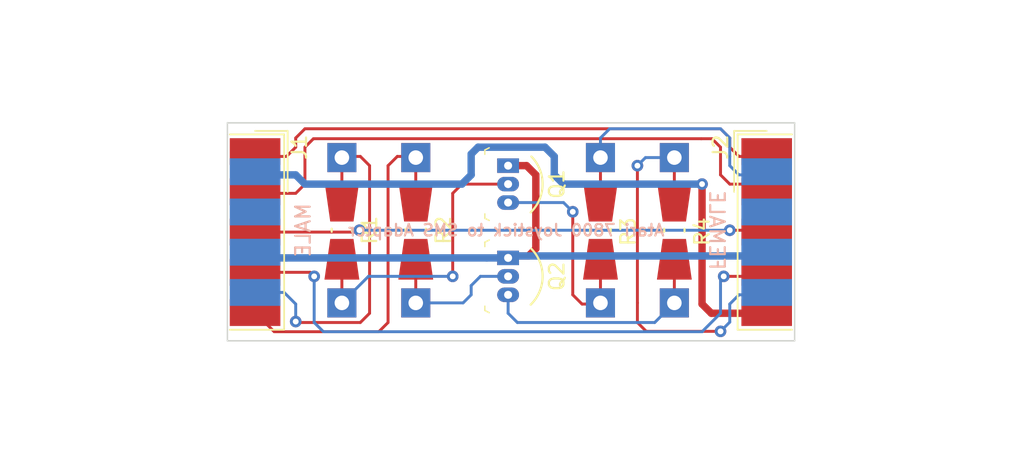
<source format=kicad_pcb>
(kicad_pcb (version 20171130) (host pcbnew "(5.1.9)-1")

  (general
    (thickness 1.6)
    (drawings 7)
    (tracks 130)
    (zones 0)
    (modules 8)
    (nets 17)
  )

  (page A4)
  (title_block
    (title "Atari 7800 to SMS Controller Adapter")
    (date 2021-04-20)
    (rev 1.0)
    (comment 3 "Allows Atari 7800 Proline joysticks to function as Sega Master System controllers")
    (comment 4 "Licensed under CC0 1.0 Universal")
  )

  (layers
    (0 F.Cu signal)
    (31 B.Cu signal)
    (32 B.Adhes user)
    (33 F.Adhes user)
    (34 B.Paste user)
    (35 F.Paste user)
    (36 B.SilkS user)
    (37 F.SilkS user)
    (38 B.Mask user)
    (39 F.Mask user)
    (40 Dwgs.User user)
    (41 Cmts.User user)
    (42 Eco1.User user)
    (43 Eco2.User user)
    (44 Edge.Cuts user)
    (45 Margin user)
    (46 B.CrtYd user)
    (47 F.CrtYd user)
    (48 B.Fab user)
    (49 F.Fab user)
  )

  (setup
    (last_trace_width 0.25)
    (user_trace_width 0.2)
    (user_trace_width 0.508)
    (trace_clearance 0.2)
    (zone_clearance 0.508)
    (zone_45_only no)
    (trace_min 0.2)
    (via_size 0.8)
    (via_drill 0.4)
    (via_min_size 0.4)
    (via_min_drill 0.3)
    (uvia_size 0.3)
    (uvia_drill 0.1)
    (uvias_allowed no)
    (uvia_min_size 0.2)
    (uvia_min_drill 0.1)
    (edge_width 0.05)
    (segment_width 0.2)
    (pcb_text_width 0.3)
    (pcb_text_size 1.5 1.5)
    (mod_edge_width 0.12)
    (mod_text_size 1 1)
    (mod_text_width 0.15)
    (pad_size 1.524 1.524)
    (pad_drill 0.762)
    (pad_to_mask_clearance 0)
    (aux_axis_origin 0 0)
    (visible_elements 7FFFFFFF)
    (pcbplotparams
      (layerselection 0x010fc_ffffffff)
      (usegerberextensions false)
      (usegerberattributes true)
      (usegerberadvancedattributes true)
      (creategerberjobfile true)
      (excludeedgelayer true)
      (linewidth 0.100000)
      (plotframeref false)
      (viasonmask false)
      (mode 1)
      (useauxorigin false)
      (hpglpennumber 1)
      (hpglpenspeed 20)
      (hpglpendiameter 15.000000)
      (psnegative false)
      (psa4output false)
      (plotreference true)
      (plotvalue true)
      (plotinvisibletext false)
      (padsonsilk false)
      (subtractmaskfromsilk false)
      (outputformat 1)
      (mirror false)
      (drillshape 1)
      (scaleselection 1)
      (outputdirectory ""))
  )

  (net 0 "")
  (net 1 /L_FIRE)
  (net 2 GND)
  (net 3 "Net-(J1-Pad7)")
  (net 4 /Vcc)
  (net 5 /R_FIRE)
  (net 6 /RIGHT)
  (net 7 /LEFT)
  (net 8 /DOWN)
  (net 9 /UP)
  (net 10 /FIRE2)
  (net 11 "Net-(J2-Pad7)")
  (net 12 /FIRE1)
  (net 13 "Net-(Q1-Pad2)")
  (net 14 "Net-(Q2-Pad2)")
  (net 15 "Net-(Q1-Pad3)")
  (net 16 "Net-(Q2-Pad3)")

  (net_class Default "This is the default net class."
    (clearance 0.2)
    (trace_width 0.25)
    (via_dia 0.8)
    (via_drill 0.4)
    (uvia_dia 0.3)
    (uvia_drill 0.1)
  )

  (net_class Power ""
    (clearance 0.2)
    (trace_width 0.508)
    (via_dia 0.8)
    (via_drill 0.4)
    (uvia_dia 0.3)
    (uvia_drill 0.1)
    (add_net /Vcc)
    (add_net GND)
  )

  (net_class Signal ""
    (clearance 0.2)
    (trace_width 0.2)
    (via_dia 0.8)
    (via_drill 0.4)
    (uvia_dia 0.3)
    (uvia_drill 0.1)
    (add_net /DOWN)
    (add_net /FIRE1)
    (add_net /FIRE2)
    (add_net /LEFT)
    (add_net /L_FIRE)
    (add_net /RIGHT)
    (add_net /R_FIRE)
    (add_net /UP)
    (add_net "Net-(J1-Pad7)")
    (add_net "Net-(J2-Pad7)")
    (add_net "Net-(Q1-Pad2)")
    (add_net "Net-(Q1-Pad3)")
    (add_net "Net-(Q2-Pad2)")
    (add_net "Net-(Q2-Pad3)")
  )

  (module digikey-footprints:TO-92-3 (layer F.Cu) (tedit 5AF9CDD1) (tstamp 606BAEFB)
    (at 114.3 74.295 270)
    (descr http://www.ti.com/lit/ds/symlink/tl431a.pdf)
    (path /606C3D5B)
    (fp_text reference Q2 (at 1.27 -3.35 90) (layer F.SilkS)
      (effects (font (size 1 1) (thickness 0.15)))
    )
    (fp_text value 2N4401 (at 1.27 2.5 90) (layer F.Fab)
      (effects (font (size 1 1) (thickness 0.15)))
    )
    (fp_line (start -1.08 1.6) (end -1.23 1.3) (layer F.SilkS) (width 0.1))
    (fp_line (start -0.78 1.6) (end -1.08 1.6) (layer F.SilkS) (width 0.1))
    (fp_line (start 3.62 1.6) (end 3.32 1.6) (layer F.SilkS) (width 0.1))
    (fp_line (start 3.62 1.6) (end 3.77 1.3) (layer F.SilkS) (width 0.1))
    (fp_line (start 4.17 1.75) (end 4.17 -2.5) (layer F.CrtYd) (width 0.05))
    (fp_line (start -1.63 1.75) (end -1.63 -2.5) (layer F.CrtYd) (width 0.05))
    (fp_line (start -1.63 1.75) (end 4.17 1.75) (layer F.CrtYd) (width 0.05))
    (fp_line (start -1.63 -2.5) (end 4.17 -2.5) (layer F.CrtYd) (width 0.05))
    (fp_line (start 3.57 1.5) (end -1.03 1.5) (layer F.Fab) (width 0.15))
    (fp_text user %R (at 1.27 -1.25 270) (layer F.Fab)
      (effects (font (size 0.75 0.75) (thickness 0.15)))
    )
    (fp_arc (start 1.27 0.3) (end -1.33 0.3) (angle 90) (layer F.Fab) (width 0.15))
    (fp_arc (start 1.27 0.3) (end -1.03 1.5) (angle 235) (layer F.Fab) (width 0.15))
    (fp_arc (start 1.27 0.35) (end -0.63 -1.6) (angle 90) (layer F.SilkS) (width 0.15))
    (pad 1 thru_hole rect (at 0 0 90) (size 1 1.5) (drill 0.55) (layers *.Cu *.Mask)
      (net 2 GND))
    (pad 3 thru_hole oval (at 2.54 0 90) (size 1 1.5) (drill 0.55) (layers *.Cu *.Mask)
      (net 16 "Net-(Q2-Pad3)"))
    (pad 2 thru_hole oval (at 1.27 0 90) (size 1 1.5) (drill 0.55) (layers *.Cu *.Mask)
      (net 14 "Net-(Q2-Pad2)"))
  )

  (module digikey-footprints:TO-92-3 (layer F.Cu) (tedit 5AF9CDD1) (tstamp 606BAEE7)
    (at 114.3 67.945 270)
    (descr http://www.ti.com/lit/ds/symlink/tl431a.pdf)
    (path /606C38C9)
    (fp_text reference Q1 (at 1.27 -3.35 90) (layer F.SilkS)
      (effects (font (size 1 1) (thickness 0.15)))
    )
    (fp_text value 2N4401 (at 1.27 2.5 90) (layer F.Fab)
      (effects (font (size 1 1) (thickness 0.15)))
    )
    (fp_line (start -1.08 1.6) (end -1.23 1.3) (layer F.SilkS) (width 0.1))
    (fp_line (start -0.78 1.6) (end -1.08 1.6) (layer F.SilkS) (width 0.1))
    (fp_line (start 3.62 1.6) (end 3.32 1.6) (layer F.SilkS) (width 0.1))
    (fp_line (start 3.62 1.6) (end 3.77 1.3) (layer F.SilkS) (width 0.1))
    (fp_line (start 4.17 1.75) (end 4.17 -2.5) (layer F.CrtYd) (width 0.05))
    (fp_line (start -1.63 1.75) (end -1.63 -2.5) (layer F.CrtYd) (width 0.05))
    (fp_line (start -1.63 1.75) (end 4.17 1.75) (layer F.CrtYd) (width 0.05))
    (fp_line (start -1.63 -2.5) (end 4.17 -2.5) (layer F.CrtYd) (width 0.05))
    (fp_line (start 3.57 1.5) (end -1.03 1.5) (layer F.Fab) (width 0.15))
    (fp_text user %R (at 1.27 -1.25 270) (layer F.Fab)
      (effects (font (size 0.75 0.75) (thickness 0.15)))
    )
    (fp_arc (start 1.27 0.3) (end -1.33 0.3) (angle 90) (layer F.Fab) (width 0.15))
    (fp_arc (start 1.27 0.3) (end -1.03 1.5) (angle 235) (layer F.Fab) (width 0.15))
    (fp_arc (start 1.27 0.35) (end -0.63 -1.6) (angle 90) (layer F.SilkS) (width 0.15))
    (pad 1 thru_hole rect (at 0 0 90) (size 1 1.5) (drill 0.55) (layers *.Cu *.Mask)
      (net 2 GND))
    (pad 3 thru_hole oval (at 2.54 0 90) (size 1 1.5) (drill 0.55) (layers *.Cu *.Mask)
      (net 15 "Net-(Q1-Pad3)"))
    (pad 2 thru_hole oval (at 1.27 0 90) (size 1 1.5) (drill 0.55) (layers *.Cu *.Mask)
      (net 13 "Net-(Q1-Pad2)"))
  )

  (module Resistors_Universal:Resistor_SMD+THTuniversal_0805to1206_RM10_HandSoldering_RevA_Date25Jun2010 (layer F.Cu) (tedit 0) (tstamp 606BA417)
    (at 125.73 72.39 270)
    (descr "Resistor, SMD and THT, universal, 0805 to 1206,RM10,  Hand soldering, Rev A, Date 25 Jun 2010,")
    (tags "Resistor, SMD and THT, universal, 0805 to 1206, RM10, Hand soldering, Rev A, Date 25 Jun 2010,")
    (path /606B8C10)
    (fp_text reference R4 (at 0.09906 -1.905 90) (layer F.SilkS)
      (effects (font (size 1 1) (thickness 0.15)))
    )
    (fp_text value 270 (at -0.39878 4.20116 90) (layer F.Fab)
      (effects (font (size 1 1) (thickness 0.15)))
    )
    (fp_line (start 0 -0.70104) (end 0.09906 -0.70104) (layer F.SilkS) (width 0.15))
    (fp_line (start 0 -0.70104) (end -0.09906 -0.70104) (layer F.SilkS) (width 0.15))
    (fp_line (start 0 0.70104) (end -0.09906 0.70104) (layer F.SilkS) (width 0.15))
    (fp_line (start 0.09906 0.70104) (end 0 0.70104) (layer F.SilkS) (width 0.15))
    (fp_line (start 0 0.70104) (end 0.09906 0.70104) (layer F.SilkS) (width 0.15))
    (pad 1 smd trapezoid (at -1.99898 0 270) (size 2.79908 1.99898) (rect_delta 0.39878 0 ) (layers F.Cu F.Paste F.Mask)
      (net 10 /FIRE2))
    (pad 2 smd trapezoid (at 1.99898 0 90) (size 2.79908 1.99898) (rect_delta 0.39878 0 ) (layers F.Cu F.Paste F.Mask)
      (net 16 "Net-(Q2-Pad3)"))
    (pad 1 thru_hole rect (at -5.00126 0 90) (size 1.99898 1.99898) (drill 1.00076) (layers *.Cu *.Mask)
      (net 10 /FIRE2))
    (pad 2 thru_hole rect (at 5.00126 0 90) (size 1.99898 1.99898) (drill 1.00076) (layers *.Cu *.Mask)
      (net 16 "Net-(Q2-Pad3)"))
  )

  (module Resistors_Universal:Resistor_SMD+THTuniversal_0805to1206_RM10_HandSoldering_RevA_Date25Jun2010 (layer F.Cu) (tedit 0) (tstamp 606BA414)
    (at 120.65 72.39 270)
    (descr "Resistor, SMD and THT, universal, 0805 to 1206,RM10,  Hand soldering, Rev A, Date 25 Jun 2010,")
    (tags "Resistor, SMD and THT, universal, 0805 to 1206, RM10, Hand soldering, Rev A, Date 25 Jun 2010,")
    (path /606B87DB)
    (fp_text reference R3 (at 0.09906 -1.905 90) (layer F.SilkS)
      (effects (font (size 1 1) (thickness 0.15)))
    )
    (fp_text value 270 (at -0.39878 4.20116 90) (layer F.Fab)
      (effects (font (size 1 1) (thickness 0.15)))
    )
    (fp_line (start 0 -0.70104) (end 0.09906 -0.70104) (layer F.SilkS) (width 0.15))
    (fp_line (start 0 -0.70104) (end -0.09906 -0.70104) (layer F.SilkS) (width 0.15))
    (fp_line (start 0 0.70104) (end -0.09906 0.70104) (layer F.SilkS) (width 0.15))
    (fp_line (start 0.09906 0.70104) (end 0 0.70104) (layer F.SilkS) (width 0.15))
    (fp_line (start 0 0.70104) (end 0.09906 0.70104) (layer F.SilkS) (width 0.15))
    (pad 1 smd trapezoid (at -1.99898 0 270) (size 2.79908 1.99898) (rect_delta 0.39878 0 ) (layers F.Cu F.Paste F.Mask)
      (net 12 /FIRE1))
    (pad 2 smd trapezoid (at 1.99898 0 90) (size 2.79908 1.99898) (rect_delta 0.39878 0 ) (layers F.Cu F.Paste F.Mask)
      (net 15 "Net-(Q1-Pad3)"))
    (pad 1 thru_hole rect (at -5.00126 0 90) (size 1.99898 1.99898) (drill 1.00076) (layers *.Cu *.Mask)
      (net 12 /FIRE1))
    (pad 2 thru_hole rect (at 5.00126 0 90) (size 1.99898 1.99898) (drill 1.00076) (layers *.Cu *.Mask)
      (net 15 "Net-(Q1-Pad3)"))
  )

  (module Resistors_Universal:Resistor_SMD+THTuniversal_0805to1206_RM10_HandSoldering_RevA_Date25Jun2010 (layer F.Cu) (tedit 0) (tstamp 606BA411)
    (at 107.95 72.39 90)
    (descr "Resistor, SMD and THT, universal, 0805 to 1206,RM10,  Hand soldering, Rev A, Date 25 Jun 2010,")
    (tags "Resistor, SMD and THT, universal, 0805 to 1206, RM10, Hand soldering, Rev A, Date 25 Jun 2010,")
    (path /606B70FC)
    (fp_text reference R2 (at 0 1.905 90) (layer F.SilkS)
      (effects (font (size 1 1) (thickness 0.15)))
    )
    (fp_text value 1.8K (at -0.39878 4.20116 90) (layer F.Fab)
      (effects (font (size 1 1) (thickness 0.15)))
    )
    (fp_line (start 0 -0.70104) (end 0.09906 -0.70104) (layer F.SilkS) (width 0.15))
    (fp_line (start 0 -0.70104) (end -0.09906 -0.70104) (layer F.SilkS) (width 0.15))
    (fp_line (start 0 0.70104) (end -0.09906 0.70104) (layer F.SilkS) (width 0.15))
    (fp_line (start 0.09906 0.70104) (end 0 0.70104) (layer F.SilkS) (width 0.15))
    (fp_line (start 0 0.70104) (end 0.09906 0.70104) (layer F.SilkS) (width 0.15))
    (pad 1 smd trapezoid (at -1.99898 0 90) (size 2.79908 1.99898) (rect_delta 0.39878 0 ) (layers F.Cu F.Paste F.Mask)
      (net 14 "Net-(Q2-Pad2)"))
    (pad 2 smd trapezoid (at 1.99898 0 270) (size 2.79908 1.99898) (rect_delta 0.39878 0 ) (layers F.Cu F.Paste F.Mask)
      (net 5 /R_FIRE))
    (pad 1 thru_hole rect (at -5.00126 0 270) (size 1.99898 1.99898) (drill 1.00076) (layers *.Cu *.Mask)
      (net 14 "Net-(Q2-Pad2)"))
    (pad 2 thru_hole rect (at 5.00126 0 270) (size 1.99898 1.99898) (drill 1.00076) (layers *.Cu *.Mask)
      (net 5 /R_FIRE))
  )

  (module Resistors_Universal:Resistor_SMD+THTuniversal_0805to1206_RM10_HandSoldering_RevA_Date25Jun2010 (layer F.Cu) (tedit 0) (tstamp 606BA40E)
    (at 102.87 72.39 90)
    (descr "Resistor, SMD and THT, universal, 0805 to 1206,RM10,  Hand soldering, Rev A, Date 25 Jun 2010,")
    (tags "Resistor, SMD and THT, universal, 0805 to 1206, RM10, Hand soldering, Rev A, Date 25 Jun 2010,")
    (path /606B73D5)
    (fp_text reference R1 (at 0 1.905 90) (layer F.SilkS)
      (effects (font (size 1 1) (thickness 0.15)))
    )
    (fp_text value 1.8K (at -0.39878 4.20116 90) (layer F.Fab)
      (effects (font (size 1 1) (thickness 0.15)))
    )
    (fp_line (start 0 -0.70104) (end 0.09906 -0.70104) (layer F.SilkS) (width 0.15))
    (fp_line (start 0 -0.70104) (end -0.09906 -0.70104) (layer F.SilkS) (width 0.15))
    (fp_line (start 0 0.70104) (end -0.09906 0.70104) (layer F.SilkS) (width 0.15))
    (fp_line (start 0.09906 0.70104) (end 0 0.70104) (layer F.SilkS) (width 0.15))
    (fp_line (start 0 0.70104) (end 0.09906 0.70104) (layer F.SilkS) (width 0.15))
    (pad 1 smd trapezoid (at -1.99898 0 90) (size 2.79908 1.99898) (rect_delta 0.39878 0 ) (layers F.Cu F.Paste F.Mask)
      (net 13 "Net-(Q1-Pad2)"))
    (pad 2 smd trapezoid (at 1.99898 0 270) (size 2.79908 1.99898) (rect_delta 0.39878 0 ) (layers F.Cu F.Paste F.Mask)
      (net 1 /L_FIRE))
    (pad 1 thru_hole rect (at -5.00126 0 270) (size 1.99898 1.99898) (drill 1.00076) (layers *.Cu *.Mask)
      (net 13 "Net-(Q1-Pad2)"))
    (pad 2 thru_hole rect (at 5.00126 0 270) (size 1.99898 1.99898) (drill 1.00076) (layers *.Cu *.Mask)
      (net 1 /L_FIRE))
  )

  (module Connector_Dsub:DSUB-9_Female_EdgeMount_P2.77mm (layer F.Cu) (tedit 59FEDEE2) (tstamp 606BA3E3)
    (at 132.08 72.517 90)
    (descr "9-pin D-Sub connector, solder-cups edge-mounted, female, x-pin-pitch 2.77mm, distance of mounting holes 25mm, see https://disti-assets.s3.amazonaws.com/tonar/files/datasheets/16730.pdf")
    (tags "9-pin D-Sub connector edge mount solder cup female x-pin-pitch 2.77mm mounting holes distance 25mm")
    (path /6066016A)
    (attr smd)
    (fp_text reference J2 (at 5.842 -3.175 90) (layer F.SilkS)
      (effects (font (size 1 1) (thickness 0.15)))
    )
    (fp_text value DB9_Female (at 0 16.86 90) (layer F.Fab)
      (effects (font (size 1 1) (thickness 0.15)))
    )
    (fp_line (start 4.94 -0.91) (end 4.94 1.99) (layer F.Fab) (width 0.1))
    (fp_line (start 4.94 1.99) (end 6.14 1.99) (layer F.Fab) (width 0.1))
    (fp_line (start 6.14 1.99) (end 6.14 -0.91) (layer F.Fab) (width 0.1))
    (fp_line (start 6.14 -0.91) (end 4.94 -0.91) (layer F.Fab) (width 0.1))
    (fp_line (start 2.17 -0.91) (end 2.17 1.99) (layer F.Fab) (width 0.1))
    (fp_line (start 2.17 1.99) (end 3.37 1.99) (layer F.Fab) (width 0.1))
    (fp_line (start 3.37 1.99) (end 3.37 -0.91) (layer F.Fab) (width 0.1))
    (fp_line (start 3.37 -0.91) (end 2.17 -0.91) (layer F.Fab) (width 0.1))
    (fp_line (start -0.6 -0.91) (end -0.6 1.99) (layer F.Fab) (width 0.1))
    (fp_line (start -0.6 1.99) (end 0.6 1.99) (layer F.Fab) (width 0.1))
    (fp_line (start 0.6 1.99) (end 0.6 -0.91) (layer F.Fab) (width 0.1))
    (fp_line (start 0.6 -0.91) (end -0.6 -0.91) (layer F.Fab) (width 0.1))
    (fp_line (start -3.37 -0.91) (end -3.37 1.99) (layer F.Fab) (width 0.1))
    (fp_line (start -3.37 1.99) (end -2.17 1.99) (layer F.Fab) (width 0.1))
    (fp_line (start -2.17 1.99) (end -2.17 -0.91) (layer F.Fab) (width 0.1))
    (fp_line (start -2.17 -0.91) (end -3.37 -0.91) (layer F.Fab) (width 0.1))
    (fp_line (start -6.14 -0.91) (end -6.14 1.99) (layer F.Fab) (width 0.1))
    (fp_line (start -6.14 1.99) (end -4.94 1.99) (layer F.Fab) (width 0.1))
    (fp_line (start -4.94 1.99) (end -4.94 -0.91) (layer F.Fab) (width 0.1))
    (fp_line (start -4.94 -0.91) (end -6.14 -0.91) (layer F.Fab) (width 0.1))
    (fp_line (start 3.555 -0.91) (end 3.555 1.99) (layer B.Fab) (width 0.1))
    (fp_line (start 3.555 1.99) (end 4.755 1.99) (layer B.Fab) (width 0.1))
    (fp_line (start 4.755 1.99) (end 4.755 -0.91) (layer B.Fab) (width 0.1))
    (fp_line (start 4.755 -0.91) (end 3.555 -0.91) (layer B.Fab) (width 0.1))
    (fp_line (start 0.785 -0.91) (end 0.785 1.99) (layer B.Fab) (width 0.1))
    (fp_line (start 0.785 1.99) (end 1.985 1.99) (layer B.Fab) (width 0.1))
    (fp_line (start 1.985 1.99) (end 1.985 -0.91) (layer B.Fab) (width 0.1))
    (fp_line (start 1.985 -0.91) (end 0.785 -0.91) (layer B.Fab) (width 0.1))
    (fp_line (start -1.985 -0.91) (end -1.985 1.99) (layer B.Fab) (width 0.1))
    (fp_line (start -1.985 1.99) (end -0.785 1.99) (layer B.Fab) (width 0.1))
    (fp_line (start -0.785 1.99) (end -0.785 -0.91) (layer B.Fab) (width 0.1))
    (fp_line (start -0.785 -0.91) (end -1.985 -0.91) (layer B.Fab) (width 0.1))
    (fp_line (start -4.755 -0.91) (end -4.755 1.99) (layer B.Fab) (width 0.1))
    (fp_line (start -4.755 1.99) (end -3.555 1.99) (layer B.Fab) (width 0.1))
    (fp_line (start -3.555 1.99) (end -3.555 -0.91) (layer B.Fab) (width 0.1))
    (fp_line (start -3.555 -0.91) (end -4.755 -0.91) (layer B.Fab) (width 0.1))
    (fp_line (start -7.55 1.99) (end -7.55 4.79) (layer F.Fab) (width 0.1))
    (fp_line (start -7.55 4.79) (end 7.55 4.79) (layer F.Fab) (width 0.1))
    (fp_line (start 7.55 4.79) (end 7.55 1.99) (layer F.Fab) (width 0.1))
    (fp_line (start 7.55 1.99) (end -7.55 1.99) (layer F.Fab) (width 0.1))
    (fp_line (start -8.55 4.79) (end -8.55 9.29) (layer F.Fab) (width 0.1))
    (fp_line (start -8.55 9.29) (end 8.55 9.29) (layer F.Fab) (width 0.1))
    (fp_line (start 8.55 9.29) (end 8.55 4.79) (layer F.Fab) (width 0.1))
    (fp_line (start 8.55 4.79) (end -8.55 4.79) (layer F.Fab) (width 0.1))
    (fp_line (start -15.425 9.29) (end -15.425 9.69) (layer F.Fab) (width 0.1))
    (fp_line (start -15.425 9.69) (end 15.425 9.69) (layer F.Fab) (width 0.1))
    (fp_line (start 15.425 9.69) (end 15.425 9.29) (layer F.Fab) (width 0.1))
    (fp_line (start 15.425 9.29) (end -15.425 9.29) (layer F.Fab) (width 0.1))
    (fp_line (start -8.15 9.69) (end -8.15 15.86) (layer F.Fab) (width 0.1))
    (fp_line (start -8.15 15.86) (end 8.15 15.86) (layer F.Fab) (width 0.1))
    (fp_line (start 8.15 15.86) (end 8.15 9.69) (layer F.Fab) (width 0.1))
    (fp_line (start 8.15 9.69) (end -8.15 9.69) (layer F.Fab) (width 0.1))
    (fp_line (start -7 -2.25) (end 7 -2.25) (layer F.CrtYd) (width 0.05))
    (fp_line (start 7 -2.25) (end 7 1.5) (layer F.CrtYd) (width 0.05))
    (fp_line (start 7 1.5) (end 8.05 1.5) (layer F.CrtYd) (width 0.05))
    (fp_line (start 8.05 1.5) (end 8.05 4.3) (layer F.CrtYd) (width 0.05))
    (fp_line (start 8.05 4.3) (end 9.05 4.3) (layer F.CrtYd) (width 0.05))
    (fp_line (start 9.05 4.3) (end 9.05 8.8) (layer F.CrtYd) (width 0.05))
    (fp_line (start 9.05 8.8) (end 15.95 8.8) (layer F.CrtYd) (width 0.05))
    (fp_line (start 15.95 8.8) (end 15.95 10.2) (layer F.CrtYd) (width 0.05))
    (fp_line (start 15.95 10.2) (end 8.65 10.2) (layer F.CrtYd) (width 0.05))
    (fp_line (start 8.65 10.2) (end 8.65 16.4) (layer F.CrtYd) (width 0.05))
    (fp_line (start 8.65 16.4) (end -8.65 16.4) (layer F.CrtYd) (width 0.05))
    (fp_line (start -8.65 16.4) (end -8.65 10.2) (layer F.CrtYd) (width 0.05))
    (fp_line (start -8.65 10.2) (end -15.95 10.2) (layer F.CrtYd) (width 0.05))
    (fp_line (start -15.95 10.2) (end -15.95 8.8) (layer F.CrtYd) (width 0.05))
    (fp_line (start -15.95 8.8) (end -9.05 8.8) (layer F.CrtYd) (width 0.05))
    (fp_line (start -9.05 8.8) (end -9.05 4.3) (layer F.CrtYd) (width 0.05))
    (fp_line (start -9.05 4.3) (end -8.05 4.3) (layer F.CrtYd) (width 0.05))
    (fp_line (start -8.05 4.3) (end -8.05 1.5) (layer F.CrtYd) (width 0.05))
    (fp_line (start -8.05 1.5) (end -7 1.5) (layer F.CrtYd) (width 0.05))
    (fp_line (start -7 1.5) (end -7 -2.25) (layer F.CrtYd) (width 0.05))
    (fp_line (start 6.723333 1.74) (end 6.723333 -2) (layer F.SilkS) (width 0.12))
    (fp_line (start 6.723333 -2) (end -6.723333 -2) (layer F.SilkS) (width 0.12))
    (fp_line (start -6.723333 -2) (end -6.723333 1.74) (layer F.SilkS) (width 0.12))
    (fp_line (start 6.963333 0) (end 6.963333 -2.24) (layer F.SilkS) (width 0.12))
    (fp_line (start 6.963333 -2.24) (end 2.77 -2.24) (layer F.SilkS) (width 0.12))
    (fp_line (start -15.425 1.99) (end 15.425 1.99) (layer Dwgs.User) (width 0.05))
    (fp_text user "PCB edge" (at -10.425 1.323333 90) (layer Dwgs.User)
      (effects (font (size 0.5 0.5) (thickness 0.075)))
    )
    (fp_text user %R (at 0 3.39 90) (layer F.Fab)
      (effects (font (size 1 1) (thickness 0.15)))
    )
    (pad 9 smd rect (at -4.155 0 90) (size 1.846667 3.48) (layers B.Cu B.Paste B.Mask)
      (net 10 /FIRE2))
    (pad 8 smd rect (at -1.385 0 90) (size 1.846667 3.48) (layers B.Cu B.Paste B.Mask)
      (net 2 GND))
    (pad 7 smd rect (at 1.385 0 90) (size 1.846667 3.48) (layers B.Cu B.Paste B.Mask)
      (net 11 "Net-(J2-Pad7)"))
    (pad 6 smd rect (at 4.155 0 90) (size 1.846667 3.48) (layers B.Cu B.Paste B.Mask)
      (net 12 /FIRE1))
    (pad 5 smd rect (at -5.54 0 90) (size 1.846667 3.48) (layers F.Cu F.Paste F.Mask)
      (net 4 /Vcc))
    (pad 4 smd rect (at -2.77 0 90) (size 1.846667 3.48) (layers F.Cu F.Paste F.Mask)
      (net 6 /RIGHT))
    (pad 3 smd rect (at 0 0 90) (size 1.846667 3.48) (layers F.Cu F.Paste F.Mask)
      (net 7 /LEFT))
    (pad 2 smd rect (at 2.77 0 90) (size 1.846667 3.48) (layers F.Cu F.Paste F.Mask)
      (net 8 /DOWN))
    (pad 1 smd rect (at 5.54 0 90) (size 1.846667 3.48) (layers F.Cu F.Paste F.Mask)
      (net 9 /UP))
    (model ${KISYS3DMOD}/Connector_Dsub.3dshapes/DSUB-9_Female_EdgeMount_P2.77mm.wrl
      (at (xyz 0 0 0))
      (scale (xyz 1 1 1))
      (rotate (xyz 0 0 0))
    )
  )

  (module Connector_Dsub:DSUB-9_Male_EdgeMount_P2.77mm (layer F.Cu) (tedit 59FEDEE2) (tstamp 606BA386)
    (at 96.901 72.517 270)
    (descr "9-pin D-Sub connector, solder-cups edge-mounted, male, x-pin-pitch 2.77mm, distance of mounting holes 25mm, see https://disti-assets.s3.amazonaws.com/tonar/files/datasheets/16730.pdf")
    (tags "9-pin D-Sub connector edge mount solder cup male x-pin-pitch 2.77mm mounting holes distance 25mm")
    (path /60660490)
    (attr smd)
    (fp_text reference J1 (at -5.842 -3.048 90) (layer F.SilkS)
      (effects (font (size 1 1) (thickness 0.15)))
    )
    (fp_text value DB9_Male (at 0 16.69 90) (layer F.Fab)
      (effects (font (size 1 1) (thickness 0.15)))
    )
    (fp_line (start -6.14 -0.91) (end -6.14 1.99) (layer F.Fab) (width 0.1))
    (fp_line (start -6.14 1.99) (end -4.94 1.99) (layer F.Fab) (width 0.1))
    (fp_line (start -4.94 1.99) (end -4.94 -0.91) (layer F.Fab) (width 0.1))
    (fp_line (start -4.94 -0.91) (end -6.14 -0.91) (layer F.Fab) (width 0.1))
    (fp_line (start -3.37 -0.91) (end -3.37 1.99) (layer F.Fab) (width 0.1))
    (fp_line (start -3.37 1.99) (end -2.17 1.99) (layer F.Fab) (width 0.1))
    (fp_line (start -2.17 1.99) (end -2.17 -0.91) (layer F.Fab) (width 0.1))
    (fp_line (start -2.17 -0.91) (end -3.37 -0.91) (layer F.Fab) (width 0.1))
    (fp_line (start -0.6 -0.91) (end -0.6 1.99) (layer F.Fab) (width 0.1))
    (fp_line (start -0.6 1.99) (end 0.6 1.99) (layer F.Fab) (width 0.1))
    (fp_line (start 0.6 1.99) (end 0.6 -0.91) (layer F.Fab) (width 0.1))
    (fp_line (start 0.6 -0.91) (end -0.6 -0.91) (layer F.Fab) (width 0.1))
    (fp_line (start 2.17 -0.91) (end 2.17 1.99) (layer F.Fab) (width 0.1))
    (fp_line (start 2.17 1.99) (end 3.37 1.99) (layer F.Fab) (width 0.1))
    (fp_line (start 3.37 1.99) (end 3.37 -0.91) (layer F.Fab) (width 0.1))
    (fp_line (start 3.37 -0.91) (end 2.17 -0.91) (layer F.Fab) (width 0.1))
    (fp_line (start 4.94 -0.91) (end 4.94 1.99) (layer F.Fab) (width 0.1))
    (fp_line (start 4.94 1.99) (end 6.14 1.99) (layer F.Fab) (width 0.1))
    (fp_line (start 6.14 1.99) (end 6.14 -0.91) (layer F.Fab) (width 0.1))
    (fp_line (start 6.14 -0.91) (end 4.94 -0.91) (layer F.Fab) (width 0.1))
    (fp_line (start -4.755 -0.91) (end -4.755 1.99) (layer B.Fab) (width 0.1))
    (fp_line (start -4.755 1.99) (end -3.555 1.99) (layer B.Fab) (width 0.1))
    (fp_line (start -3.555 1.99) (end -3.555 -0.91) (layer B.Fab) (width 0.1))
    (fp_line (start -3.555 -0.91) (end -4.755 -0.91) (layer B.Fab) (width 0.1))
    (fp_line (start -1.985 -0.91) (end -1.985 1.99) (layer B.Fab) (width 0.1))
    (fp_line (start -1.985 1.99) (end -0.785 1.99) (layer B.Fab) (width 0.1))
    (fp_line (start -0.785 1.99) (end -0.785 -0.91) (layer B.Fab) (width 0.1))
    (fp_line (start -0.785 -0.91) (end -1.985 -0.91) (layer B.Fab) (width 0.1))
    (fp_line (start 0.785 -0.91) (end 0.785 1.99) (layer B.Fab) (width 0.1))
    (fp_line (start 0.785 1.99) (end 1.985 1.99) (layer B.Fab) (width 0.1))
    (fp_line (start 1.985 1.99) (end 1.985 -0.91) (layer B.Fab) (width 0.1))
    (fp_line (start 1.985 -0.91) (end 0.785 -0.91) (layer B.Fab) (width 0.1))
    (fp_line (start 3.555 -0.91) (end 3.555 1.99) (layer B.Fab) (width 0.1))
    (fp_line (start 3.555 1.99) (end 4.755 1.99) (layer B.Fab) (width 0.1))
    (fp_line (start 4.755 1.99) (end 4.755 -0.91) (layer B.Fab) (width 0.1))
    (fp_line (start 4.755 -0.91) (end 3.555 -0.91) (layer B.Fab) (width 0.1))
    (fp_line (start -7.55 1.99) (end -7.55 4.79) (layer F.Fab) (width 0.1))
    (fp_line (start -7.55 4.79) (end 7.55 4.79) (layer F.Fab) (width 0.1))
    (fp_line (start 7.55 4.79) (end 7.55 1.99) (layer F.Fab) (width 0.1))
    (fp_line (start 7.55 1.99) (end -7.55 1.99) (layer F.Fab) (width 0.1))
    (fp_line (start -8.55 4.79) (end -8.55 9.29) (layer F.Fab) (width 0.1))
    (fp_line (start -8.55 9.29) (end 8.55 9.29) (layer F.Fab) (width 0.1))
    (fp_line (start 8.55 9.29) (end 8.55 4.79) (layer F.Fab) (width 0.1))
    (fp_line (start 8.55 4.79) (end -8.55 4.79) (layer F.Fab) (width 0.1))
    (fp_line (start -15.425 9.29) (end -15.425 9.69) (layer F.Fab) (width 0.1))
    (fp_line (start -15.425 9.69) (end 15.425 9.69) (layer F.Fab) (width 0.1))
    (fp_line (start 15.425 9.69) (end 15.425 9.29) (layer F.Fab) (width 0.1))
    (fp_line (start 15.425 9.29) (end -15.425 9.29) (layer F.Fab) (width 0.1))
    (fp_line (start -8.15 9.69) (end -8.15 15.69) (layer F.Fab) (width 0.1))
    (fp_line (start -8.15 15.69) (end 8.15 15.69) (layer F.Fab) (width 0.1))
    (fp_line (start 8.15 15.69) (end 8.15 9.69) (layer F.Fab) (width 0.1))
    (fp_line (start 8.15 9.69) (end -8.15 9.69) (layer F.Fab) (width 0.1))
    (fp_line (start -7 -2.25) (end 7 -2.25) (layer F.CrtYd) (width 0.05))
    (fp_line (start 7 -2.25) (end 7 1.5) (layer F.CrtYd) (width 0.05))
    (fp_line (start 7 1.5) (end 8.05 1.5) (layer F.CrtYd) (width 0.05))
    (fp_line (start 8.05 1.5) (end 8.05 4.3) (layer F.CrtYd) (width 0.05))
    (fp_line (start 8.05 4.3) (end 9.05 4.3) (layer F.CrtYd) (width 0.05))
    (fp_line (start 9.05 4.3) (end 9.05 8.8) (layer F.CrtYd) (width 0.05))
    (fp_line (start 9.05 8.8) (end 15.95 8.8) (layer F.CrtYd) (width 0.05))
    (fp_line (start 15.95 8.8) (end 15.95 10.2) (layer F.CrtYd) (width 0.05))
    (fp_line (start 15.95 10.2) (end 8.65 10.2) (layer F.CrtYd) (width 0.05))
    (fp_line (start 8.65 10.2) (end 8.65 16.2) (layer F.CrtYd) (width 0.05))
    (fp_line (start 8.65 16.2) (end -8.65 16.2) (layer F.CrtYd) (width 0.05))
    (fp_line (start -8.65 16.2) (end -8.65 10.2) (layer F.CrtYd) (width 0.05))
    (fp_line (start -8.65 10.2) (end -15.95 10.2) (layer F.CrtYd) (width 0.05))
    (fp_line (start -15.95 10.2) (end -15.95 8.8) (layer F.CrtYd) (width 0.05))
    (fp_line (start -15.95 8.8) (end -9.05 8.8) (layer F.CrtYd) (width 0.05))
    (fp_line (start -9.05 8.8) (end -9.05 4.3) (layer F.CrtYd) (width 0.05))
    (fp_line (start -9.05 4.3) (end -8.05 4.3) (layer F.CrtYd) (width 0.05))
    (fp_line (start -8.05 4.3) (end -8.05 1.5) (layer F.CrtYd) (width 0.05))
    (fp_line (start -8.05 1.5) (end -7 1.5) (layer F.CrtYd) (width 0.05))
    (fp_line (start -7 1.5) (end -7 -2.25) (layer F.CrtYd) (width 0.05))
    (fp_line (start 6.723333 1.74) (end 6.723333 -2) (layer F.SilkS) (width 0.12))
    (fp_line (start 6.723333 -2) (end -6.723333 -2) (layer F.SilkS) (width 0.12))
    (fp_line (start -6.723333 -2) (end -6.723333 1.74) (layer F.SilkS) (width 0.12))
    (fp_line (start -6.963333 0) (end -6.963333 -2.24) (layer F.SilkS) (width 0.12))
    (fp_line (start -6.963333 -2.24) (end -2.77 -2.24) (layer F.SilkS) (width 0.12))
    (fp_line (start -15.425 1.99) (end 15.425 1.99) (layer Dwgs.User) (width 0.05))
    (fp_text user "PCB edge" (at -10.425 1.323333 90) (layer Dwgs.User)
      (effects (font (size 0.5 0.5) (thickness 0.075)))
    )
    (fp_text user %R (at 0 3.39 90) (layer F.Fab)
      (effects (font (size 1 1) (thickness 0.15)))
    )
    (pad 9 smd rect (at 4.155 0 270) (size 1.846667 3.48) (layers B.Cu B.Paste B.Mask)
      (net 1 /L_FIRE))
    (pad 8 smd rect (at 1.385 0 270) (size 1.846667 3.48) (layers B.Cu B.Paste B.Mask)
      (net 2 GND))
    (pad 7 smd rect (at -1.385 0 270) (size 1.846667 3.48) (layers B.Cu B.Paste B.Mask)
      (net 3 "Net-(J1-Pad7)"))
    (pad 6 smd rect (at -4.155 0 270) (size 1.846667 3.48) (layers B.Cu B.Paste B.Mask)
      (net 4 /Vcc))
    (pad 5 smd rect (at 5.54 0 270) (size 1.846667 3.48) (layers F.Cu F.Paste F.Mask)
      (net 5 /R_FIRE))
    (pad 4 smd rect (at 2.77 0 270) (size 1.846667 3.48) (layers F.Cu F.Paste F.Mask)
      (net 6 /RIGHT))
    (pad 3 smd rect (at 0 0 270) (size 1.846667 3.48) (layers F.Cu F.Paste F.Mask)
      (net 7 /LEFT))
    (pad 2 smd rect (at -2.77 0 270) (size 1.846667 3.48) (layers F.Cu F.Paste F.Mask)
      (net 8 /DOWN))
    (pad 1 smd rect (at -5.54 0 270) (size 1.846667 3.48) (layers F.Cu F.Paste F.Mask)
      (net 9 /UP))
    (model ${KISYS3DMOD}/Connector_Dsub.3dshapes/DSUB-9_Male_EdgeMount_P2.77mm.wrl
      (at (xyz 0 0 0))
      (scale (xyz 1 1 1))
      (rotate (xyz 0 0 0))
    )
  )

  (gr_text "Atari 7800 Joystick to SMS Adapter" (at 114.173 72.39) (layer B.SilkS) (tstamp 606BB4CF)
    (effects (font (size 0.8 0.8) (thickness 0.15)) (justify mirror))
  )
  (gr_text FEMALE (at 128.651 72.39 270) (layer B.SilkS)
    (effects (font (size 1 1) (thickness 0.15)) (justify mirror))
  )
  (gr_text MALE (at 100.203 72.39 90) (layer B.SilkS)
    (effects (font (size 1 1) (thickness 0.15)) (justify mirror))
  )
  (gr_line (start 134 65) (end 134 80) (layer Edge.Cuts) (width 0.1))
  (gr_line (start 95 65) (end 134 65) (layer Edge.Cuts) (width 0.1))
  (gr_line (start 95 80) (end 95 65) (layer Edge.Cuts) (width 0.1))
  (gr_line (start 134 80) (end 95 80) (layer Edge.Cuts) (width 0.1))

  (segment (start 102.87 67.38874) (end 102.87 69.85) (width 0.2) (layer F.Cu) (net 1))
  (segment (start 96.901 76.672) (end 98.897 76.672) (width 0.2) (layer B.Cu) (net 1))
  (segment (start 98.897 76.672) (end 99.695 77.47) (width 0.2) (layer B.Cu) (net 1))
  (segment (start 99.695 77.47) (end 99.695 78.675) (width 0.2) (layer B.Cu) (net 1))
  (via (at 99.695 78.675) (size 0.8) (drill 0.4) (layers F.Cu B.Cu) (net 1))
  (segment (start 99.76 78.74) (end 99.695 78.675) (width 0.2) (layer F.Cu) (net 1))
  (segment (start 104.14 78.74) (end 99.76 78.74) (width 0.2) (layer F.Cu) (net 1))
  (segment (start 104.775 78.105) (end 104.14 78.74) (width 0.2) (layer F.Cu) (net 1))
  (segment (start 104.775 67.945) (end 104.775 78.105) (width 0.2) (layer F.Cu) (net 1))
  (segment (start 104.14 67.31) (end 104.775 67.945) (width 0.2) (layer F.Cu) (net 1))
  (segment (start 102.87 67.31) (end 104.14 67.31) (width 0.2) (layer F.Cu) (net 1))
  (segment (start 114.3 74.16) (end 131.58 74.16) (width 0.508) (layer B.Cu) (net 2))
  (segment (start 131.58 74.16) (end 132.08 73.66) (width 0.508) (layer B.Cu) (net 2))
  (segment (start 112.835827 74.295) (end 114.3 74.295) (width 0.508) (layer B.Cu) (net 2))
  (segment (start 99.06 74.295) (end 112.835827 74.295) (width 0.508) (layer B.Cu) (net 2))
  (segment (start 99.06 74.295) (end 97.79 74.295) (width 0.508) (layer B.Cu) (net 2))
  (segment (start 97.79 74.295) (end 97.155 73.66) (width 0.508) (layer B.Cu) (net 2))
  (segment (start 115.57 67.945) (end 114.3 67.945) (width 0.508) (layer F.Cu) (net 2))
  (segment (start 116.205 68.58) (end 115.57 67.945) (width 0.508) (layer F.Cu) (net 2))
  (segment (start 116.205 73.66) (end 116.205 68.58) (width 0.508) (layer F.Cu) (net 2))
  (segment (start 115.705 74.16) (end 116.205 73.66) (width 0.508) (layer F.Cu) (net 2))
  (segment (start 114.3 74.16) (end 115.705 74.16) (width 0.508) (layer F.Cu) (net 2))
  (segment (start 96.901 68.362) (end 97.381231 68.842231) (width 0.508) (layer B.Cu) (net 4))
  (via (at 127.635 69.215) (size 0.8) (drill 0.4) (layers F.Cu B.Cu) (net 4))
  (segment (start 127.635 77.47) (end 127.635 69.215) (width 0.508) (layer F.Cu) (net 4))
  (segment (start 128.27 78.105) (end 127.635 77.47) (width 0.508) (layer F.Cu) (net 4))
  (segment (start 132.08 78.105) (end 128.27 78.105) (width 0.508) (layer F.Cu) (net 4))
  (segment (start 118.11 69.215) (end 127.635 69.215) (width 0.508) (layer B.Cu) (net 4))
  (segment (start 117.475 68.58) (end 118.11 69.215) (width 0.508) (layer B.Cu) (net 4))
  (segment (start 117.475 67.31) (end 117.475 68.58) (width 0.508) (layer B.Cu) (net 4))
  (segment (start 112.232798 66.675) (end 116.84 66.675) (width 0.508) (layer B.Cu) (net 4))
  (segment (start 111.125 69.215) (end 111.76 68.58) (width 0.508) (layer B.Cu) (net 4))
  (segment (start 111.76 67.147798) (end 112.232798 66.675) (width 0.508) (layer B.Cu) (net 4))
  (segment (start 100.33 69.215) (end 111.125 69.215) (width 0.508) (layer B.Cu) (net 4))
  (segment (start 116.84 66.675) (end 117.475 67.31) (width 0.508) (layer B.Cu) (net 4))
  (segment (start 99.695 68.58) (end 100.33 69.215) (width 0.508) (layer B.Cu) (net 4))
  (segment (start 97.119 68.58) (end 99.695 68.58) (width 0.508) (layer B.Cu) (net 4))
  (segment (start 111.76 68.58) (end 111.76 67.147798) (width 0.508) (layer B.Cu) (net 4))
  (segment (start 96.901 68.362) (end 97.119 68.58) (width 0.508) (layer B.Cu) (net 4))
  (segment (start 107.95 67.38874) (end 107.95 69.85) (width 0.2) (layer F.Cu) (net 5))
  (segment (start 106.68 67.31) (end 107.95 67.31) (width 0.2) (layer F.Cu) (net 5))
  (segment (start 106.045 67.945) (end 106.68 67.31) (width 0.2) (layer F.Cu) (net 5))
  (segment (start 106.045 78.74) (end 106.045 67.945) (width 0.2) (layer F.Cu) (net 5))
  (segment (start 105.409973 79.375027) (end 106.045 78.74) (width 0.2) (layer F.Cu) (net 5))
  (segment (start 98.219027 79.375027) (end 105.409973 79.375027) (width 0.2) (layer F.Cu) (net 5))
  (segment (start 96.901 78.057) (end 98.219027 79.375027) (width 0.2) (layer F.Cu) (net 5))
  (via (at 129.124 75.565) (size 0.8) (drill 0.4) (layers F.Cu B.Cu) (net 6))
  (segment (start 129.124 75.565) (end 132.08 75.565) (width 0.2) (layer F.Cu) (net 6))
  (via (at 100.965 75.565) (size 0.8) (drill 0.4) (layers F.Cu B.Cu) (net 6))
  (segment (start 96.901 75.287) (end 100.687 75.287) (width 0.2) (layer F.Cu) (net 6))
  (segment (start 100.687 75.287) (end 100.965 75.565) (width 0.2) (layer F.Cu) (net 6))
  (segment (start 128.905 75.565) (end 128.905 78.105) (width 0.2) (layer B.Cu) (net 6))
  (segment (start 128.905 78.105) (end 127.635 79.375) (width 0.2) (layer B.Cu) (net 6))
  (segment (start 127.635 79.375) (end 101.6 79.375) (width 0.2) (layer B.Cu) (net 6))
  (segment (start 101.6 79.375) (end 100.965 78.74) (width 0.2) (layer B.Cu) (net 6))
  (segment (start 100.965 78.74) (end 100.965 75.565) (width 0.2) (layer B.Cu) (net 6))
  (via (at 129.54 72.39) (size 0.8) (drill 0.4) (layers F.Cu B.Cu) (net 7))
  (segment (start 129.54 72.39) (end 132.08 72.39) (width 0.2) (layer F.Cu) (net 7))
  (segment (start 96.901 72.517) (end 103.94799 72.517) (width 0.2) (layer F.Cu) (net 7))
  (via (at 104.07499 72.39) (size 0.8) (drill 0.4) (layers F.Cu B.Cu) (net 7))
  (segment (start 129.54 72.39) (end 104.07499 72.39) (width 0.2) (layer B.Cu) (net 7))
  (segment (start 103.94799 72.517) (end 104.07499 72.39) (width 0.2) (layer F.Cu) (net 7))
  (segment (start 96.901 69.747) (end 97.893 69.747) (width 0.2) (layer F.Cu) (net 8))
  (segment (start 100.915751 66.089249) (end 127.585751 66.089249) (width 0.2) (layer F.Cu) (net 8))
  (segment (start 100.33 69.215) (end 100.33 66.675) (width 0.2) (layer F.Cu) (net 8))
  (segment (start 99.695 69.85) (end 100.33 69.215) (width 0.2) (layer F.Cu) (net 8))
  (segment (start 100.33 66.675) (end 100.915751 66.089249) (width 0.2) (layer F.Cu) (net 8))
  (segment (start 97.155 69.85) (end 99.695 69.85) (width 0.2) (layer F.Cu) (net 8))
  (segment (start 127.585751 66.089249) (end 128.319249 66.089249) (width 0.2) (layer F.Cu) (net 8))
  (segment (start 128.319249 66.089249) (end 128.905 66.675) (width 0.2) (layer F.Cu) (net 8))
  (segment (start 128.905 66.675) (end 128.905 68.58) (width 0.2) (layer F.Cu) (net 8))
  (segment (start 128.905 68.58) (end 129.54 69.215) (width 0.2) (layer F.Cu) (net 8))
  (segment (start 129.54 69.215) (end 130.81 69.215) (width 0.2) (layer F.Cu) (net 8))
  (segment (start 130.81 66.675) (end 132.08 66.675) (width 0.2) (layer F.Cu) (net 9))
  (segment (start 100.33 65.405) (end 128.905 65.405) (width 0.2) (layer F.Cu) (net 9))
  (segment (start 99.695 66.675) (end 99.695 66.04) (width 0.2) (layer F.Cu) (net 9))
  (segment (start 99.06 67.31) (end 99.695 66.675) (width 0.2) (layer F.Cu) (net 9))
  (segment (start 99.695 66.04) (end 100.33 65.405) (width 0.2) (layer F.Cu) (net 9))
  (segment (start 97.79 67.31) (end 99.06 67.31) (width 0.2) (layer F.Cu) (net 9))
  (segment (start 128.905 65.405) (end 129.54 66.04) (width 0.2) (layer F.Cu) (net 9))
  (segment (start 129.54 66.04) (end 129.54 66.675) (width 0.2) (layer F.Cu) (net 9))
  (segment (start 129.54 66.675) (end 130.175 67.31) (width 0.2) (layer F.Cu) (net 9))
  (segment (start 130.175 67.31) (end 131.445 67.31) (width 0.2) (layer F.Cu) (net 9))
  (segment (start 125.73 67.38874) (end 125.73 69.85) (width 0.2) (layer F.Cu) (net 10))
  (via (at 123.19 67.945) (size 0.8) (drill 0.4) (layers F.Cu B.Cu) (net 10))
  (segment (start 123.74626 67.38874) (end 123.19 67.945) (width 0.2) (layer B.Cu) (net 10))
  (segment (start 125.73 67.38874) (end 123.74626 67.38874) (width 0.2) (layer B.Cu) (net 10))
  (segment (start 123.19 67.945) (end 123.19 77.390242) (width 0.2) (layer F.Cu) (net 10))
  (segment (start 123.19 77.390242) (end 123.19 78.74) (width 0.2) (layer F.Cu) (net 10))
  (segment (start 123.8 79.35) (end 128.905 79.35) (width 0.2) (layer F.Cu) (net 10))
  (via (at 128.905 79.35) (size 0.8) (drill 0.4) (layers F.Cu B.Cu) (net 10))
  (segment (start 123.19 78.74) (end 123.8 79.35) (width 0.2) (layer F.Cu) (net 10))
  (segment (start 128.905 79.35) (end 129.54 78.715) (width 0.2) (layer B.Cu) (net 10))
  (segment (start 129.54 78.715) (end 129.54 77.47) (width 0.2) (layer B.Cu) (net 10))
  (segment (start 129.54 77.47) (end 130.175 76.835) (width 0.2) (layer B.Cu) (net 10))
  (segment (start 130.175 76.835) (end 132.08 76.835) (width 0.2) (layer B.Cu) (net 10))
  (segment (start 120.65 67.38874) (end 120.65 69.85) (width 0.2) (layer F.Cu) (net 12))
  (segment (start 120.65 67.38874) (end 120.65 66.04) (width 0.2) (layer B.Cu) (net 12))
  (segment (start 120.65 66.04) (end 121.285 65.405) (width 0.2) (layer B.Cu) (net 12))
  (segment (start 121.285 65.405) (end 128.905 65.405) (width 0.2) (layer B.Cu) (net 12))
  (segment (start 128.905 65.405) (end 129.54 66.04) (width 0.2) (layer B.Cu) (net 12))
  (segment (start 129.54 66.04) (end 129.54 67.31) (width 0.2) (layer B.Cu) (net 12))
  (segment (start 129.54 67.31) (end 129.54 67.945) (width 0.2) (layer B.Cu) (net 12))
  (segment (start 129.54 67.945) (end 130.175 68.58) (width 0.2) (layer B.Cu) (net 12))
  (segment (start 130.175 68.58) (end 131.445 68.58) (width 0.2) (layer B.Cu) (net 12))
  (segment (start 102.87 74.38898) (end 102.87 77.47) (width 0.2) (layer F.Cu) (net 13))
  (segment (start 104.69626 75.565) (end 110.49 75.565) (width 0.2) (layer B.Cu) (net 13))
  (segment (start 102.87 77.39126) (end 104.69626 75.565) (width 0.2) (layer B.Cu) (net 13))
  (via (at 110.49 75.565) (size 0.8) (drill 0.4) (layers F.Cu B.Cu) (net 13))
  (segment (start 111.125 69.215) (end 110.49 69.85) (width 0.2) (layer F.Cu) (net 13))
  (segment (start 110.49 69.85) (end 110.49 75.565) (width 0.2) (layer F.Cu) (net 13))
  (segment (start 114.3 69.215) (end 111.125 69.215) (width 0.2) (layer F.Cu) (net 13))
  (segment (start 107.95 74.38898) (end 107.95 77.47) (width 0.2) (layer F.Cu) (net 14))
  (segment (start 107.95 77.39126) (end 111.20374 77.39126) (width 0.2) (layer B.Cu) (net 14))
  (segment (start 111.20374 77.39126) (end 111.76 76.835) (width 0.2) (layer B.Cu) (net 14))
  (segment (start 111.76 76.835) (end 111.76 76.2) (width 0.2) (layer B.Cu) (net 14))
  (segment (start 111.76 76.2) (end 112.395 75.565) (width 0.2) (layer B.Cu) (net 14))
  (segment (start 112.395 75.565) (end 114.3 75.565) (width 0.2) (layer B.Cu) (net 14))
  (segment (start 120.65 74.38898) (end 120.65 77.47) (width 0.2) (layer F.Cu) (net 15))
  (via (at 118.745 71.12) (size 0.8) (drill 0.4) (layers F.Cu B.Cu) (net 15))
  (segment (start 118.745 71.12) (end 118.745 76.835) (width 0.2) (layer F.Cu) (net 15))
  (segment (start 118.745 76.835) (end 119.38 77.47) (width 0.2) (layer F.Cu) (net 15))
  (segment (start 119.38 77.47) (end 120.65 77.47) (width 0.2) (layer F.Cu) (net 15))
  (segment (start 118.11 70.485) (end 118.745 71.12) (width 0.2) (layer B.Cu) (net 15))
  (segment (start 114.3 70.485) (end 118.11 70.485) (width 0.2) (layer B.Cu) (net 15))
  (segment (start 125.73 74.38898) (end 125.73 77.47) (width 0.2) (layer F.Cu) (net 16))
  (segment (start 114.3 78.105) (end 114.3 76.835) (width 0.2) (layer B.Cu) (net 16))
  (segment (start 114.935 78.74) (end 114.3 78.105) (width 0.2) (layer B.Cu) (net 16))
  (segment (start 124.38126 78.74) (end 114.935 78.74) (width 0.2) (layer B.Cu) (net 16))
  (segment (start 125.73 77.39126) (end 124.38126 78.74) (width 0.2) (layer B.Cu) (net 16))

)

</source>
